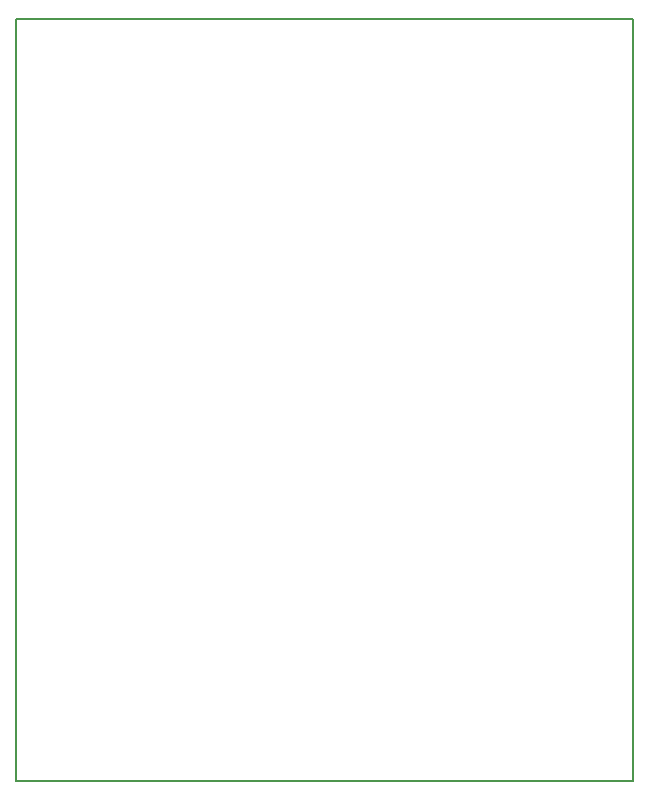
<source format=gm1>
G04 Layer_Color=16711935*
%FSLAX25Y25*%
%MOIN*%
G70*
G01*
G75*
%ADD23C,0.00500*%
D23*
X300000Y185500D02*
X505500D01*
Y439500D01*
X300000D02*
X505500D01*
X300000Y185500D02*
Y439500D01*
Y185500D02*
X505500D01*
Y439500D01*
X300000D02*
X505500D01*
X300000Y185500D02*
Y439500D01*
M02*

</source>
